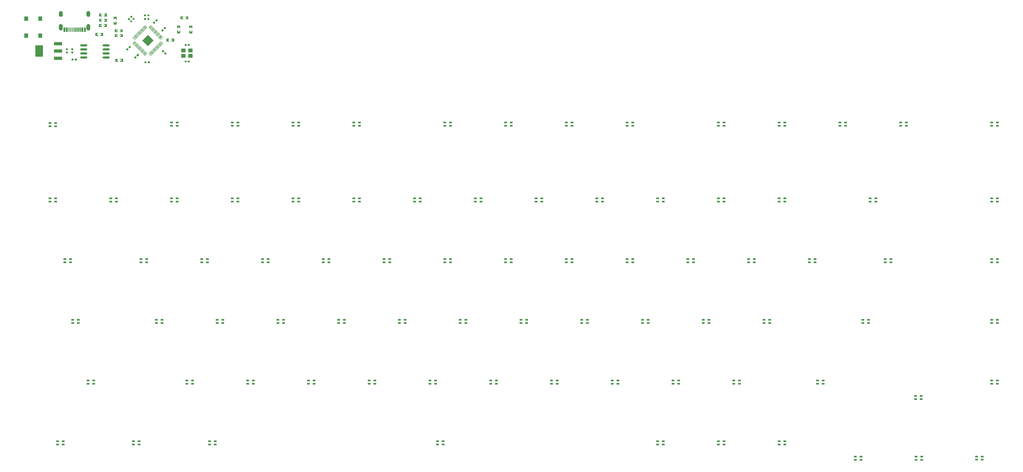
<source format=gtp>
G04 Layer: TopPasteMaskLayer*
G04 EasyEDA Pro v2.1.51.8c9149c1.e57db4, 2024-03-19 08:44:46*
G04 Gerber Generator version 0.3*
G04 Scale: 100 percent, Rotated: No, Reflected: No*
G04 Dimensions in millimeters*
G04 Leading zeros omitted, absolute positions, 3 integers and 5 decimals*
%FSLAX35Y35*%
%MOMM*%
%AMRect*21,1,$1,$2,0,0,$3*%
%ADD10R,2.49999X1.1*%
%ADD11R,2.34X3.59999*%
%ADD12Rect,0.79009X0.54X45.0*%
%ADD13O,2.25001X0.63*%
%ADD14R,1.23X1.35999*%
%ADD15R,1.4X1.2*%
%ADD16R,0.8515X0.6*%
%ADD17R,0.85001X0.6*%
%ADD18R,0.85001X0.6*%
G75*


G04 PolygonModel Start*
G36*
G01X3717799Y13743237D02*
G01X3640016Y13821021D01*
G01X3625874Y13806879D01*
G01X3703657Y13729095D01*
G01X3717799Y13743237D01*
G37*
G36*
G01X3823870Y14004875D02*
G01X3901654Y13927092D01*
G01X3915796Y13941234D01*
G01X3838012Y14019017D01*
G01X3823870Y14004875D01*
G37*
G36*
G01X3689529Y13714967D02*
G01X3611746Y13792751D01*
G01X3597604Y13778609D01*
G01X3675387Y13700825D01*
G01X3689529Y13714967D01*
G37*
G36*
G01X3548108Y13573546D02*
G01X3470325Y13651330D01*
G01X3456183Y13637188D01*
G01X3533966Y13559404D01*
G01X3548108Y13573546D01*
G37*
G36*
G01X3746087Y13771525D02*
G01X3668303Y13849308D01*
G01X3654161Y13835166D01*
G01X3731945Y13757383D01*
G01X3746087Y13771525D01*
G37*
G36*
G01X3569316Y13750321D02*
G01X3647099Y13672538D01*
G01X3661241Y13686680D01*
G01X3583458Y13764463D01*
G01X3569316Y13750321D01*
G37*
G36*
G01X3576378Y13601816D02*
G01X3498595Y13679600D01*
G01X3484452Y13665458D01*
G01X3562236Y13587674D01*
G01X3576378Y13601816D01*
G37*
G36*
G01X3774375Y13799813D02*
G01X3696591Y13877596D01*
G01X3682449Y13863454D01*
G01X3760233Y13785671D01*
G01X3774375Y13799813D01*
G37*
G36*
G01X3795582Y13976587D02*
G01X3873366Y13898804D01*
G01X3887508Y13912946D01*
G01X3809725Y13990730D01*
G01X3795582Y13976587D01*
G37*
G36*
G01X3604666Y13630104D02*
G01X3526882Y13707887D01*
G01X3512740Y13693745D01*
G01X3590524Y13615962D01*
G01X3604666Y13630104D01*
G37*
G36*
G01X3802662Y13828101D02*
G01X3724879Y13905884D01*
G01X3710737Y13891742D01*
G01X3788520Y13813959D01*
G01X3802662Y13828101D01*
G37*
G36*
G01X3632954Y13658392D02*
G01X3555170Y13736175D01*
G01X3541028Y13722033D01*
G01X3618811Y13644250D01*
G01X3632954Y13658392D01*
G37*
G36*
G01X3830950Y13856389D02*
G01X3753167Y13934172D01*
G01X3739025Y13920030D01*
G01X3816808Y13842246D01*
G01X3830950Y13856389D01*
G37*
G36*
G01X3859220Y13884658D02*
G01X3781437Y13962442D01*
G01X3767295Y13948300D01*
G01X3845078Y13870516D01*
G01X3859220Y13884658D01*
G37*
G36*
G01X4050148Y14004893D02*
G01X4036005Y14019035D01*
G01X3958222Y13941252D01*
G01X3972364Y13927110D01*
G01X4050148Y14004893D01*
G37*
G36*
G01X3456165Y13439195D02*
G01X3470307Y13425052D01*
G01X3548088Y13502834D01*
G01X3533946Y13516976D01*
G01X3456165Y13439195D01*
G37*
G36*
G01X4078435Y13976605D02*
G01X4064293Y13990748D01*
G01X3986510Y13912964D01*
G01X4000652Y13898822D01*
G01X4078435Y13976605D01*
G37*
G36*
G01X3484452Y13410907D02*
G01X3498595Y13396765D01*
G01X3576376Y13474546D01*
G01X3562234Y13488688D01*
G01X3484452Y13410907D01*
G37*
G36*
G01X4106723Y13948318D02*
G01X4092581Y13962460D01*
G01X4014798Y13884676D01*
G01X4028940Y13870534D01*
G01X4106723Y13948318D01*
G37*
G36*
G01X3512740Y13382619D02*
G01X3526882Y13368477D01*
G01X3604664Y13446258D01*
G01X3590522Y13460401D01*
G01X3512740Y13382619D01*
G37*
G36*
G01X4135011Y13920030D02*
G01X4120869Y13934172D01*
G01X4043085Y13856389D01*
G01X4057228Y13842246D01*
G01X4135011Y13920030D01*
G37*
G36*
G01X3541028Y13354331D02*
G01X3555170Y13340189D01*
G01X3632952Y13417971D01*
G01X3618810Y13432113D01*
G01X3541028Y13354331D01*
G37*
G36*
G01X4163281Y13891760D02*
G01X4149139Y13905902D01*
G01X4071355Y13828119D01*
G01X4085497Y13813977D01*
G01X4163281Y13891760D01*
G37*
G36*
G01X3569298Y13326061D02*
G01X3583440Y13311919D01*
G01X3661222Y13389701D01*
G01X3647080Y13403843D01*
G01X3569298Y13326061D01*
G37*
G36*
G01X4191569Y13863472D02*
G01X4177427Y13877614D01*
G01X4099643Y13799831D01*
G01X4113785Y13785689D01*
G01X4191569Y13863472D01*
G37*
G36*
G01X3597586Y13297773D02*
G01X3611728Y13283631D01*
G01X3689509Y13361413D01*
G01X3675367Y13375555D01*
G01X3597586Y13297773D01*
G37*
G36*
G01X4127931Y13771543D02*
G01X4142073Y13757401D01*
G01X4219856Y13835184D01*
G01X4205714Y13849326D01*
G01X4127931Y13771543D01*
G37*
G36*
G01X3625874Y13269486D02*
G01X3640016Y13255344D01*
G01X3717797Y13333125D01*
G01X3703655Y13347267D01*
G01X3625874Y13269486D01*
G37*
G36*
G01X4248144Y13806897D02*
G01X4234002Y13821039D01*
G01X4156219Y13743255D01*
G01X4170361Y13729113D01*
G01X4248144Y13806897D01*
G37*
G36*
G01X3746085Y13304837D02*
G01X3731943Y13318979D01*
G01X3654161Y13241198D01*
G01X3668303Y13227056D01*
G01X3746085Y13304837D01*
G37*
G36*
G01X4276432Y13778609D02*
G01X4262290Y13792751D01*
G01X4184507Y13714967D01*
G01X4198649Y13700825D01*
G01X4276432Y13778609D01*
G37*
G36*
G01X3682449Y13212910D02*
G01X3696591Y13198768D01*
G01X3774373Y13276550D01*
G01X3760231Y13290692D01*
G01X3682449Y13212910D01*
G37*
G36*
G01X4304702Y13750339D02*
G01X4290560Y13764481D01*
G01X4212776Y13686698D01*
G01X4226918Y13672555D01*
G01X4304702Y13750339D01*
G37*
G36*
G01X3710719Y13184640D02*
G01X3724861Y13170498D01*
G01X3802643Y13248280D01*
G01X3788501Y13262422D01*
G01X3710719Y13184640D01*
G37*
G36*
G01X4332990Y13722051D02*
G01X4318848Y13736193D01*
G01X4241064Y13658410D01*
G01X4255206Y13644268D01*
G01X4332990Y13722051D01*
G37*
G36*
G01X3739007Y13156352D02*
G01X3753149Y13142210D01*
G01X3830931Y13219992D01*
G01X3816788Y13234134D01*
G01X3739007Y13156352D01*
G37*
G36*
G01X4361277Y13693763D02*
G01X4347135Y13707905D01*
G01X4269352Y13630122D01*
G01X4283494Y13615980D01*
G01X4361277Y13693763D01*
G37*
G36*
G01X3767295Y13128065D02*
G01X3781437Y13113923D01*
G01X3859218Y13191704D01*
G01X3845076Y13205846D01*
G01X3767295Y13128065D01*
G37*
G36*
G01X4389565Y13665475D02*
G01X4375423Y13679618D01*
G01X4297640Y13601834D01*
G01X4311782Y13587692D01*
G01X4389565Y13665475D01*
G37*
G36*
G01X3795582Y13099777D02*
G01X3809725Y13085635D01*
G01X3887506Y13163416D01*
G01X3873364Y13177558D01*
G01X3795582Y13099777D01*
G37*
G36*
G01X4325928Y13573546D02*
G01X4340070Y13559404D01*
G01X4417853Y13637188D01*
G01X4403711Y13651330D01*
G01X4325928Y13573546D01*
G37*
G36*
G01X3823870Y13071489D02*
G01X3838012Y13057347D01*
G01X3915794Y13135128D01*
G01X3901652Y13149271D01*
G01X3823870Y13071489D01*
G37*
G36*
G01X4325910Y13502836D02*
G01X4403693Y13425052D01*
G01X4417835Y13439195D01*
G01X4340052Y13516978D01*
G01X4325910Y13502836D01*
G37*
G36*
G01X4248126Y13269486D02*
G01X4170343Y13347269D01*
G01X4156201Y13333127D01*
G01X4233984Y13255344D01*
G01X4248126Y13269486D01*
G37*
G36*
G01X4050148Y13071507D02*
G01X3972364Y13149290D01*
G01X3958222Y13135148D01*
G01X4036005Y13057365D01*
G01X4050148Y13071507D01*
G37*
G36*
G01X4127913Y13304839D02*
G01X4205696Y13227056D01*
G01X4219838Y13241198D01*
G01X4142055Y13318981D01*
G01X4127913Y13304839D01*
G37*
G36*
G01X4297622Y13474548D02*
G01X4375405Y13396765D01*
G01X4389547Y13410907D01*
G01X4311764Y13488690D01*
G01X4297622Y13474548D01*
G37*
G36*
G01X4099643Y13276569D02*
G01X4177427Y13198786D01*
G01X4191569Y13212928D01*
G01X4113785Y13290711D01*
G01X4099643Y13276569D01*
G37*
G36*
G01X4269334Y13446260D02*
G01X4347117Y13368477D01*
G01X4361260Y13382619D01*
G01X4283476Y13460402D01*
G01X4269334Y13446260D01*
G37*
G36*
G01X4071355Y13248282D02*
G01X4149139Y13170498D01*
G01X4163281Y13184640D01*
G01X4085497Y13262424D01*
G01X4071355Y13248282D01*
G37*
G36*
G01X4276414Y13297773D02*
G01X4198631Y13375557D01*
G01X4184489Y13361415D01*
G01X4262272Y13283631D01*
G01X4276414Y13297773D01*
G37*
G36*
G01X4241064Y13417990D02*
G01X4318848Y13340207D01*
G01X4332990Y13354349D01*
G01X4255206Y13432132D01*
G01X4241064Y13417990D01*
G37*
G36*
G01X4078417Y13099777D02*
G01X4000634Y13177560D01*
G01X3986492Y13163418D01*
G01X4064275Y13085635D01*
G01X4078417Y13099777D01*
G37*
G36*
G01X4043068Y13219994D02*
G01X4120851Y13142210D01*
G01X4134993Y13156352D01*
G01X4057210Y13234136D01*
G01X4043068Y13219994D01*
G37*
G36*
G01X4212776Y13389703D02*
G01X4290560Y13311919D01*
G01X4304702Y13326061D01*
G01X4226918Y13403845D01*
G01X4212776Y13389703D01*
G37*
G36*
G01X4014780Y13191706D02*
G01X4092563Y13113923D01*
G01X4106705Y13128065D01*
G01X4028922Y13205848D01*
G01X4014780Y13191706D01*
G37*
G36*
G01X3761637Y13538193D02*
G01X3937002Y13713558D01*
G01X4112366Y13538193D01*
G01X3937002Y13362828D01*
G01X3761637Y13538193D01*
G37*
G36*
G01X1288298Y13939975D02*
G01X1288298Y13809977D01*
G01X1318298D01*
G01X1318301D01*
G01X1348301D01*
G01Y13939975D01*
G01X1318301D01*
G01X1318298D01*
G01X1288298D01*
G37*
G36*
G01X1698305Y13939980D02*
G01X1698305Y13809977D01*
G01X1728305D01*
G01Y13939980D01*
G01X1698305D01*
G37*
G36*
G01X1928297Y13939980D02*
G01X1928297Y13809977D01*
G01X1958297D01*
G01Y13809993D01*
G01X1988294D01*
G01Y13939995D01*
G01X1958294D01*
G01Y13939980D01*
G01X1928297D01*
G37*
G36*
G01X1598305Y13939980D02*
G01X1598305Y13809977D01*
G01X1628305D01*
G01Y13939980D01*
G01X1598305D01*
G37*
G36*
G01X1448293Y13939982D02*
G01X1448293Y13809980D01*
G01X1478293D01*
G01Y13939982D01*
G01X1448293D01*
G37*
G36*
G01X1778292Y13809980D02*
G01X1778292Y13939982D01*
G01X1748292D01*
G01Y13809980D01*
G01X1778292D01*
G37*
G36*
G01X1498331Y13939982D02*
G01X1498331Y13809980D01*
G01X1528331D01*
G01Y13939982D01*
G01X1498331D01*
G37*
G36*
G01X1548293Y13939982D02*
G01X1548293Y13809980D01*
G01X1578293D01*
G01Y13939982D01*
G01X1548293D01*
G37*
G36*
G01X1798305Y13939982D02*
G01X1798305Y13809980D01*
G01X1828305D01*
G01Y13939982D01*
G01X1798305D01*
G37*
G36*
G01X1648292Y13939982D02*
G01X1648292Y13809980D01*
G01X1678292D01*
G01Y13939982D01*
G01X1648292D01*
G37*
G36*
G01X1848297Y13939990D02*
G01X1848297Y13809993D01*
G01X1878300D01*
G01Y13809995D01*
G01X1908294D01*
G01Y13939992D01*
G01X1878292D01*
G01Y13939990D01*
G01X1848297D01*
G37*
G36*
G01X2066328Y13851989D02*
G01X2069315Y13851839D01*
G01X2072307D01*
G01X2075294Y13851989D01*
G01X2078271Y13852286D01*
G01X2081230Y13852733D01*
G01X2084161Y13853325D01*
G01X2087062Y13854064D01*
G01X2089920Y13854946D01*
G01X2092731Y13855969D01*
G01X2095487Y13857130D01*
G01X2098185Y13858428D01*
G01X2100811Y13859861D01*
G01X2103364Y13861420D01*
G01X2105835Y13863104D01*
G01X2108220Y13864913D01*
G01X2110511Y13866835D01*
G01X2112706Y13868870D01*
G01X2114794Y13871011D01*
G01X2116775Y13873254D01*
G01X2118639Y13875593D01*
G01X2120384Y13878022D01*
G01X2122007Y13880536D01*
G01X2123504Y13883127D01*
G01X2124870Y13885789D01*
G01X2126099Y13888514D01*
G01X2127192Y13891301D01*
G01X2128147Y13894135D01*
G01X2128957Y13897016D01*
G01X2129622Y13899932D01*
G01X2130141Y13902878D01*
G01X2130514Y13905847D01*
G01X2130737Y13908832D01*
G01X2130811Y13911821D01*
G01Y13991821D01*
G01X2130737Y13994811D01*
G01X2130514Y13997795D01*
G01X2130141Y14000764D01*
G01X2129622Y14003711D01*
G01X2128957Y14006627D01*
G01X2128147Y14009507D01*
G01X2127192Y14012342D01*
G01X2126099Y14015128D01*
G01X2124870Y14017854D01*
G01X2123504Y14020516D01*
G01X2122007Y14023106D01*
G01X2120384Y14025621D01*
G01X2118639Y14028049D01*
G01X2116775Y14030389D01*
G01X2114794Y14032631D01*
G01X2112706Y14034773D01*
G01X2110511Y14036807D01*
G01X2108220Y14038730D01*
G01X2105835Y14040538D01*
G01X2103364Y14042222D01*
G01X2100811Y14043782D01*
G01X2098185Y14045214D01*
G01X2095487Y14046512D01*
G01X2092731Y14047673D01*
G01X2089920Y14048697D01*
G01X2087062Y14049578D01*
G01X2084161Y14050317D01*
G01X2081230Y14050909D01*
G01X2078271Y14051356D01*
G01X2075294Y14051653D01*
G01X2072307Y14051803D01*
G01X2069315D01*
G01X2066328Y14051653D01*
G01X2063351Y14051356D01*
G01X2060392Y14050909D01*
G01X2057461Y14050317D01*
G01X2054560Y14049578D01*
G01X2051703Y14048697D01*
G01X2048891Y14047673D01*
G01X2046135Y14046512D01*
G01X2043438Y14045214D01*
G01X2040811Y14043782D01*
G01X2038259Y14042222D01*
G01X2035787Y14040538D01*
G01X2033402Y14038730D01*
G01X2031111Y14036807D01*
G01X2028916Y14034773D01*
G01X2026829Y14032631D01*
G01X2024847Y14030389D01*
G01X2022983Y14028049D01*
G01X2021238Y14025621D01*
G01X2019615Y14023106D01*
G01X2018119Y14020516D01*
G01X2016752Y14017854D01*
G01X2015523Y14015128D01*
G01X2014431Y14012342D01*
G01X2013476Y14009507D01*
G01X2012666Y14006627D01*
G01X2012000Y14003711D01*
G01X2011482Y14000764D01*
G01X2011109Y13997795D01*
G01X2010885Y13994811D01*
G01X2010811Y13991821D01*
G01Y13911821D01*
G01X2010885Y13908832D01*
G01X2011109Y13905847D01*
G01X2011482Y13902878D01*
G01X2012000Y13899932D01*
G01X2012666Y13897016D01*
G01X2013476Y13894135D01*
G01X2014431Y13891301D01*
G01X2015523Y13888514D01*
G01X2016752Y13885789D01*
G01X2018119Y13883127D01*
G01X2019615Y13880536D01*
G01X2021238Y13878022D01*
G01X2022983Y13875593D01*
G01X2024847Y13873254D01*
G01X2026829Y13871011D01*
G01X2028916Y13868870D01*
G01X2031111Y13866835D01*
G01X2033402Y13864913D01*
G01X2035787Y13863104D01*
G01X2038259Y13861420D01*
G01X2040811Y13859861D01*
G01X2043438Y13858428D01*
G01X2046135Y13857130D01*
G01X2048891Y13855969D01*
G01X2051703Y13854946D01*
G01X2054560Y13854064D01*
G01X2057461Y13853325D01*
G01X2060392Y13852733D01*
G01X2063351Y13852286D01*
G01X2066328Y13851989D01*
G37*
G36*
G01X1201306Y13851989D02*
G01X1204293Y13851839D01*
G01X1207285D01*
G01X1210272Y13851989D01*
G01X1213249Y13852286D01*
G01X1216208Y13852733D01*
G01X1219139Y13853325D01*
G01X1222040Y13854064D01*
G01X1224897Y13854946D01*
G01X1227709Y13855969D01*
G01X1230465Y13857130D01*
G01X1233162Y13858428D01*
G01X1235789Y13859861D01*
G01X1238341Y13861420D01*
G01X1240813Y13863104D01*
G01X1243198Y13864913D01*
G01X1245489Y13866835D01*
G01X1247684Y13868870D01*
G01X1249771Y13871011D01*
G01X1251753Y13873254D01*
G01X1253617Y13875593D01*
G01X1255362Y13878022D01*
G01X1256985Y13880536D01*
G01X1258481Y13883127D01*
G01X1259848Y13885789D01*
G01X1261077Y13888514D01*
G01X1262169Y13891301D01*
G01X1263124Y13894135D01*
G01X1263934Y13897016D01*
G01X1264600Y13899932D01*
G01X1265118Y13902878D01*
G01X1265492Y13905847D01*
G01X1265715Y13908832D01*
G01X1265789Y13911821D01*
G01Y13991821D01*
G01X1265715Y13994811D01*
G01X1265492Y13997795D01*
G01X1265118Y14000764D01*
G01X1264600Y14003711D01*
G01X1263934Y14006627D01*
G01X1263124Y14009507D01*
G01X1262169Y14012342D01*
G01X1261077Y14015128D01*
G01X1259848Y14017854D01*
G01X1258481Y14020516D01*
G01X1256985Y14023106D01*
G01X1255362Y14025621D01*
G01X1253617Y14028049D01*
G01X1251753Y14030389D01*
G01X1249771Y14032631D01*
G01X1247684Y14034773D01*
G01X1245489Y14036807D01*
G01X1243198Y14038730D01*
G01X1240813Y14040538D01*
G01X1238341Y14042222D01*
G01X1235789Y14043782D01*
G01X1233162Y14045214D01*
G01X1230465Y14046512D01*
G01X1227709Y14047673D01*
G01X1224897Y14048697D01*
G01X1222040Y14049578D01*
G01X1219139Y14050317D01*
G01X1216208Y14050909D01*
G01X1213249Y14051356D01*
G01X1210272Y14051653D01*
G01X1207285Y14051803D01*
G01X1204293D01*
G01X1201306Y14051653D01*
G01X1198329Y14051356D01*
G01X1195370Y14050909D01*
G01X1192439Y14050317D01*
G01X1189538Y14049578D01*
G01X1186680Y14048697D01*
G01X1183869Y14047673D01*
G01X1181113Y14046512D01*
G01X1178415Y14045214D01*
G01X1175789Y14043782D01*
G01X1173236Y14042222D01*
G01X1170765Y14040538D01*
G01X1168380Y14038730D01*
G01X1166089Y14036807D01*
G01X1163894Y14034773D01*
G01X1161806Y14032631D01*
G01X1159825Y14030389D01*
G01X1157961Y14028049D01*
G01X1156216Y14025621D01*
G01X1154593Y14023106D01*
G01X1153097Y14020516D01*
G01X1151730Y14017854D01*
G01X1150501Y14015128D01*
G01X1149408Y14012342D01*
G01X1148453Y14009507D01*
G01X1147643Y14006627D01*
G01X1146978Y14003711D01*
G01X1146459Y14000764D01*
G01X1146086Y13997795D01*
G01X1145863Y13994811D01*
G01X1145789Y13991821D01*
G01Y13911821D01*
G01X1145863Y13908832D01*
G01X1146086Y13905847D01*
G01X1146459Y13902878D01*
G01X1146978Y13899932D01*
G01X1147643Y13897016D01*
G01X1148453Y13894135D01*
G01X1149408Y13891301D01*
G01X1150501Y13888514D01*
G01X1151730Y13885789D01*
G01X1153097Y13883127D01*
G01X1154593Y13880536D01*
G01X1156216Y13878022D01*
G01X1157961Y13875593D01*
G01X1159825Y13873254D01*
G01X1161806Y13871011D01*
G01X1163894Y13868870D01*
G01X1166089Y13866835D01*
G01X1168380Y13864913D01*
G01X1170765Y13863104D01*
G01X1173236Y13861420D01*
G01X1175789Y13859861D01*
G01X1178415Y13858428D01*
G01X1181113Y13857130D01*
G01X1183869Y13855969D01*
G01X1186680Y13854946D01*
G01X1189538Y13854064D01*
G01X1192439Y13853325D01*
G01X1195370Y13852733D01*
G01X1198329Y13852286D01*
G01X1201306Y13851989D01*
G37*
G36*
G01X2072307Y14279829D02*
G01X2075294Y14279979D01*
G01X2078271Y14280276D01*
G01X2081230Y14280723D01*
G01X2084161Y14281315D01*
G01X2087062Y14282054D01*
G01X2089920Y14282936D01*
G01X2092731Y14283959D01*
G01X2095487Y14285120D01*
G01X2098185Y14286418D01*
G01X2100811Y14287851D01*
G01X2103364Y14289410D01*
G01X2105835Y14291094D01*
G01X2108220Y14292903D01*
G01X2110511Y14294825D01*
G01X2112706Y14296860D01*
G01X2114794Y14299001D01*
G01X2116775Y14301244D01*
G01X2118639Y14303583D01*
G01X2120384Y14306012D01*
G01X2122007Y14308526D01*
G01X2123504Y14311117D01*
G01X2124870Y14313779D01*
G01X2126099Y14316504D01*
G01X2127192Y14319291D01*
G01X2128147Y14322125D01*
G01X2128957Y14325006D01*
G01X2129622Y14327922D01*
G01X2130141Y14330868D01*
G01X2130514Y14333837D01*
G01X2130737Y14336822D01*
G01X2130811Y14339811D01*
G01Y14399811D01*
G01X2130737Y14402801D01*
G01X2130514Y14405785D01*
G01X2130141Y14408755D01*
G01X2129622Y14411701D01*
G01X2128957Y14414617D01*
G01X2128147Y14417497D01*
G01X2127192Y14420332D01*
G01X2126099Y14423118D01*
G01X2124870Y14425844D01*
G01X2123504Y14428506D01*
G01X2122007Y14431096D01*
G01X2120384Y14433611D01*
G01X2118639Y14436039D01*
G01X2116775Y14438379D01*
G01X2114794Y14440621D01*
G01X2112706Y14442763D01*
G01X2110511Y14444797D01*
G01X2108220Y14446720D01*
G01X2105835Y14448528D01*
G01X2103364Y14450212D01*
G01X2100811Y14451772D01*
G01X2098185Y14453205D01*
G01X2095487Y14454502D01*
G01X2092731Y14455663D01*
G01X2089920Y14456687D01*
G01X2087062Y14457568D01*
G01X2084161Y14458307D01*
G01X2081230Y14458899D01*
G01X2078271Y14459346D01*
G01X2075294Y14459643D01*
G01X2072307Y14459793D01*
G01X2069315D01*
G01X2066328Y14459643D01*
G01X2063351Y14459346D01*
G01X2060392Y14458899D01*
G01X2057461Y14458307D01*
G01X2054560Y14457568D01*
G01X2051703Y14456687D01*
G01X2048891Y14455663D01*
G01X2046135Y14454502D01*
G01X2043438Y14453205D01*
G01X2040811Y14451772D01*
G01X2038259Y14450212D01*
G01X2035787Y14448528D01*
G01X2033402Y14446720D01*
G01X2031111Y14444797D01*
G01X2028916Y14442763D01*
G01X2026829Y14440621D01*
G01X2024847Y14438379D01*
G01X2022983Y14436039D01*
G01X2021238Y14433611D01*
G01X2019615Y14431096D01*
G01X2018119Y14428506D01*
G01X2016752Y14425844D01*
G01X2015523Y14423118D01*
G01X2014431Y14420332D01*
G01X2013476Y14417497D01*
G01X2012666Y14414617D01*
G01X2012000Y14411701D01*
G01X2011482Y14408755D01*
G01X2011109Y14405785D01*
G01X2010885Y14402801D01*
G01X2010811Y14399811D01*
G01Y14339811D01*
G01X2010885Y14336822D01*
G01X2011109Y14333837D01*
G01X2011482Y14330868D01*
G01X2012000Y14327922D01*
G01X2012666Y14325006D01*
G01X2013476Y14322125D01*
G01X2014431Y14319291D01*
G01X2015523Y14316504D01*
G01X2016752Y14313779D01*
G01X2018119Y14311117D01*
G01X2019615Y14308526D01*
G01X2021238Y14306012D01*
G01X2022983Y14303583D01*
G01X2024847Y14301244D01*
G01X2026829Y14299001D01*
G01X2028916Y14296860D01*
G01X2031111Y14294825D01*
G01X2033402Y14292903D01*
G01X2035787Y14291094D01*
G01X2038259Y14289410D01*
G01X2040811Y14287851D01*
G01X2043438Y14286418D01*
G01X2046135Y14285120D01*
G01X2048891Y14283959D01*
G01X2051703Y14282936D01*
G01X2054560Y14282054D01*
G01X2057461Y14281315D01*
G01X2060392Y14280723D01*
G01X2063351Y14280276D01*
G01X2066328Y14279979D01*
G01X2069315Y14279829D01*
G01X2072307D01*
G37*
G36*
G01X1201306Y14279979D02*
G01X1204293Y14279829D01*
G01X1207285D01*
G01X1210272Y14279979D01*
G01X1213249Y14280276D01*
G01X1216208Y14280723D01*
G01X1219139Y14281315D01*
G01X1222040Y14282054D01*
G01X1224897Y14282936D01*
G01X1227709Y14283959D01*
G01X1230465Y14285120D01*
G01X1233162Y14286418D01*
G01X1235789Y14287851D01*
G01X1238341Y14289410D01*
G01X1240813Y14291094D01*
G01X1243198Y14292903D01*
G01X1245489Y14294825D01*
G01X1247684Y14296860D01*
G01X1249771Y14299001D01*
G01X1251753Y14301244D01*
G01X1253617Y14303583D01*
G01X1255362Y14306012D01*
G01X1256985Y14308526D01*
G01X1258481Y14311117D01*
G01X1259848Y14313779D01*
G01X1261077Y14316504D01*
G01X1262169Y14319291D01*
G01X1263124Y14322125D01*
G01X1263934Y14325006D01*
G01X1264600Y14327922D01*
G01X1265118Y14330868D01*
G01X1265492Y14333837D01*
G01X1265715Y14336822D01*
G01X1265789Y14339811D01*
G01Y14399811D01*
G01X1265715Y14402801D01*
G01X1265492Y14405785D01*
G01X1265118Y14408755D01*
G01X1264600Y14411701D01*
G01X1263934Y14414617D01*
G01X1263124Y14417497D01*
G01X1262169Y14420332D01*
G01X1261077Y14423118D01*
G01X1259848Y14425844D01*
G01X1258481Y14428506D01*
G01X1256985Y14431096D01*
G01X1255362Y14433611D01*
G01X1253617Y14436039D01*
G01X1251753Y14438379D01*
G01X1249771Y14440621D01*
G01X1247684Y14442763D01*
G01X1245489Y14444797D01*
G01X1243198Y14446720D01*
G01X1240813Y14448528D01*
G01X1238341Y14450212D01*
G01X1235789Y14451772D01*
G01X1233162Y14453205D01*
G01X1230465Y14454502D01*
G01X1227709Y14455663D01*
G01X1224897Y14456687D01*
G01X1222040Y14457568D01*
G01X1219139Y14458307D01*
G01X1216208Y14458899D01*
G01X1213249Y14459346D01*
G01X1210272Y14459643D01*
G01X1207285Y14459793D01*
G01X1204293D01*
G01X1201306Y14459643D01*
G01X1198329Y14459346D01*
G01X1195370Y14458899D01*
G01X1192439Y14458307D01*
G01X1189538Y14457568D01*
G01X1186680Y14456687D01*
G01X1183869Y14455663D01*
G01X1181113Y14454502D01*
G01X1178415Y14453205D01*
G01X1175789Y14451772D01*
G01X1173236Y14450212D01*
G01X1170765Y14448528D01*
G01X1168380Y14446720D01*
G01X1166089Y14444797D01*
G01X1163894Y14442763D01*
G01X1161806Y14440621D01*
G01X1159825Y14438379D01*
G01X1157961Y14436039D01*
G01X1156216Y14433611D01*
G01X1154593Y14431096D01*
G01X1153097Y14428506D01*
G01X1151730Y14425844D01*
G01X1150501Y14423118D01*
G01X1149408Y14420332D01*
G01X1148453Y14417497D01*
G01X1147643Y14414617D01*
G01X1146978Y14411701D01*
G01X1146459Y14408755D01*
G01X1146086Y14405785D01*
G01X1145863Y14402801D01*
G01X1145789Y14399811D01*
G01Y14339811D01*
G01X1145863Y14336822D01*
G01X1146086Y14333837D01*
G01X1146459Y14330868D01*
G01X1146978Y14327922D01*
G01X1147643Y14325006D01*
G01X1148453Y14322125D01*
G01X1149408Y14319291D01*
G01X1150501Y14316504D01*
G01X1151730Y14313779D01*
G01X1153097Y14311117D01*
G01X1154593Y14308526D01*
G01X1156216Y14306012D01*
G01X1157961Y14303583D01*
G01X1159825Y14301244D01*
G01X1161806Y14299001D01*
G01X1163894Y14296860D01*
G01X1166089Y14294825D01*
G01X1168380Y14292903D01*
G01X1170765Y14291094D01*
G01X1173236Y14289410D01*
G01X1175789Y14287851D01*
G01X1178415Y14286418D01*
G01X1181113Y14285120D01*
G01X1183869Y14283959D01*
G01X1186680Y14282936D01*
G01X1189538Y14282054D01*
G01X1192439Y14281315D01*
G01X1195370Y14280723D01*
G01X1198329Y14280276D01*
G01X1201306Y14279979D01*
G37*
G36*
G01X1368283Y13939975D02*
G01X1368283Y13809977D01*
G01X1398283D01*
G01X1398285D01*
G01X1428285D01*
G01Y13939975D01*
G01X1398285D01*
G01X1398283D01*
G01X1368283D01*
G37*
G36*
G01X1374498Y13193705D02*
G01X1419499Y13193705D01*
G01X1424498Y13186707D01*
G01Y13138706D01*
G01X1419499Y13133705D01*
G01X1374498D01*
G01X1369499Y13138706D01*
G01Y13186707D01*
G01X1374498Y13193705D01*
G37*
G36*
G01X1374498Y13289707D02*
G01X1419499Y13289707D01*
G01X1424498Y13284705D01*
G01Y13236707D01*
G01X1419499Y13229707D01*
G01X1374498D01*
G01X1369499Y13236707D01*
G01Y13284705D01*
G01X1374498Y13289707D01*
G37*
G36*
G01X1539598Y13193705D02*
G01X1584599Y13193705D01*
G01X1589598Y13186707D01*
G01Y13138706D01*
G01X1584599Y13133705D01*
G01X1539598D01*
G01X1534599Y13138706D01*
G01Y13186707D01*
G01X1539598Y13193705D01*
G37*
G36*
G01X1539598Y13289707D02*
G01X1584599Y13289707D01*
G01X1589598Y13284705D01*
G01Y13236707D01*
G01X1584599Y13229707D01*
G01X1539598D01*
G01X1534599Y13236707D01*
G01Y13284705D01*
G01X1539598Y13289707D01*
G37*
G36*
G01X3369739Y13371058D02*
G01X3401559Y13339237D01*
G01Y13332168D01*
G01X3364083Y13294691D01*
G01X3357012Y13294689D01*
G01X3325191Y13326510D01*
G01X3325193Y13333581D01*
G01X3362669Y13371058D01*
G01X3369739D01*
G37*
G36*
G01X3296907Y13298226D02*
G01X3328728Y13266405D01*
G01Y13259336D01*
G01X3291251Y13221860D01*
G01X3284180Y13221858D01*
G01X3252360Y13253678D01*
G01X3252361Y13260749D01*
G01X3289838Y13298226D01*
G01X3296907D01*
G37*
G36*
G01X3623739Y13117058D02*
G01X3655559Y13085237D01*
G01Y13078168D01*
G01X3618083Y13040691D01*
G01X3611012Y13040689D01*
G01X3579191Y13072510D01*
G01X3579193Y13079581D01*
G01X3616669Y13117058D01*
G01X3623739D01*
G37*
G36*
G01X3550907Y13044226D02*
G01X3582728Y13012405D01*
G01Y13005336D01*
G01X3545251Y12967860D01*
G01X3538180Y12967858D01*
G01X3506360Y12999678D01*
G01X3506361Y13006749D01*
G01X3543838Y13044226D01*
G01X3550907D01*
G37*
G36*
G01X4370399Y13212682D02*
G01X4402220Y13244503D01*
G01X4409289D01*
G01X4446766Y13207026D01*
G01X4446767Y13199955D01*
G01X4414947Y13168134D01*
G01X4407876Y13168136D01*
G01X4370399Y13205613D01*
G01Y13212682D01*
G37*
G36*
G01X4443231Y13139850D02*
G01X4475052Y13171671D01*
G01X4482121D01*
G01X4519597Y13134195D01*
G01X4519599Y13127123D01*
G01X4487778Y13095303D01*
G01X4480707Y13095305D01*
G01X4443231Y13132781D01*
G01Y13139850D01*
G37*
G36*
G01X4389518Y13819199D02*
G01X4357697Y13851020D01*
G01Y13858089D01*
G01X4395174Y13895566D01*
G01X4402245Y13895567D01*
G01X4434066Y13863747D01*
G01X4434064Y13856676D01*
G01X4396587Y13819199D01*
G01X4389518D01*
G37*
G36*
G01X4462350Y13892031D02*
G01X4430529Y13923852D01*
G01Y13930921D01*
G01X4468005Y13968397D01*
G01X4475077Y13968399D01*
G01X4506897Y13936578D01*
G01X4506895Y13929507D01*
G01X4469419Y13892031D01*
G01X4462350D01*
G37*
G36*
G01X4123261Y14060942D02*
G01X4091441Y14092763D01*
G01Y14099832D01*
G01X4128917Y14137309D01*
G01X4135988Y14137311D01*
G01X4167809Y14105490D01*
G01X4167807Y14098419D01*
G01X4130331Y14060942D01*
G01X4123261D01*
G37*
G36*
G01X4196093Y14133774D02*
G01X4164272Y14165595D01*
G01Y14172664D01*
G01X4201749Y14210140D01*
G01X4208820Y14210142D01*
G01X4240640Y14178322D01*
G01X4240639Y14171251D01*
G01X4203162Y14133774D01*
G01X4196093D01*
G37*
G36*
G01X3828598Y12829901D02*
G01X3828598Y12874902D01*
G01X3833597Y12879901D01*
G01X3886596D01*
G01X3891598Y12874902D01*
G01Y12829901D01*
G01X3886596Y12824902D01*
G01X3833597D01*
G01X3828598Y12829901D01*
G37*
G36*
G01X3931597Y12829901D02*
G01X3931597Y12874902D01*
G01X3936596Y12879901D01*
G01X3989596D01*
G01X3994597Y12874902D01*
G01Y12829901D01*
G01X3989596Y12824902D01*
G01X3936596D01*
G01X3931597Y12829901D01*
G37*
G36*
G01X3451662Y14220315D02*
G01X3483483Y14252136D01*
G01X3491966Y14250722D01*
G01X3525908Y14216781D01*
G01X3525909Y14209709D01*
G01X3494089Y14177889D01*
G01X3487018Y14177891D01*
G01X3453076Y14211832D01*
G01X3451662Y14220315D01*
G37*
G36*
G01X3383779Y14288199D02*
G01X3415600Y14320019D01*
G01X3422671Y14320018D01*
G01X3456611Y14286078D01*
G01X3458026Y14277593D01*
G01X3426205Y14245772D01*
G01X3417721Y14247188D01*
G01X3383781Y14281128D01*
G01X3383779Y14288199D01*
G37*
G36*
G01X3381381Y14201842D02*
G01X3349560Y14170021D01*
G01X3341077Y14171434D01*
G01X3307136Y14205376D01*
G01X3307134Y14212447D01*
G01X3338954Y14244268D01*
G01X3346026Y14244266D01*
G01X3379967Y14210324D01*
G01X3381381Y14201842D01*
G37*
G36*
G01X3449264Y14133958D02*
G01X3417444Y14102137D01*
G01X3410373Y14102139D01*
G01X3376433Y14136079D01*
G01X3375017Y14144564D01*
G01X3406838Y14176384D01*
G01X3415323Y14174969D01*
G01X3449263Y14141029D01*
G01X3449264Y14133958D01*
G37*
G36*
G01X3981902Y14233799D02*
G01X3981902Y14188798D01*
G01X3976903Y14183799D01*
G01X3923904D01*
G01X3918903Y14188798D01*
G01Y14233799D01*
G01X3923904Y14238798D01*
G01X3976903D01*
G01X3981902Y14233799D01*
G37*
G36*
G01X3878903Y14233799D02*
G01X3878903Y14188798D01*
G01X3873904Y14183799D01*
G01X3820904D01*
G01X3815903Y14188798D01*
G01Y14233799D01*
G01X3820904Y14238798D01*
G01X3873904D01*
G01X3878903Y14233799D01*
G37*
G36*
G01X3815898Y14303101D02*
G01X3815898Y14348102D01*
G01X3820897Y14353101D01*
G01X3873896D01*
G01X3878898Y14348102D01*
G01Y14303101D01*
G01X3873896Y14298102D01*
G01X3820897D01*
G01X3815898Y14303101D01*
G37*
G36*
G01X3918897Y14303101D02*
G01X3918897Y14348102D01*
G01X3923896Y14353101D01*
G01X3976896D01*
G01X3981897Y14348102D01*
G01Y14303101D01*
G01X3976896Y14298102D01*
G01X3923896D01*
G01X3918897Y14303101D01*
G37*
G36*
G01X1542598Y12918801D02*
G01X1542598Y12963802D01*
G01X1547597Y12968801D01*
G01X1600596D01*
G01X1605598Y12963802D01*
G01Y12918801D01*
G01X1600596Y12913802D01*
G01X1547597D01*
G01X1542598Y12918801D01*
G37*
G36*
G01X1645597Y12918801D02*
G01X1645597Y12963802D01*
G01X1650596Y12968801D01*
G01X1703596D01*
G01X1708597Y12963802D01*
G01Y12918801D01*
G01X1703596Y12913802D01*
G01X1650596D01*
G01X1645597Y12918801D01*
G37*
G36*
G01X3154802Y12960899D02*
G01X3074802Y12960899D01*
G01X3069801Y12955897D01*
G01Y12933101D01*
G01X3106801D01*
G01Y12900101D01*
G01X3069801D01*
G01Y12875898D01*
G01X3074802Y12870899D01*
G01X3154802D01*
G01X3159801Y12875898D01*
G01Y12955897D01*
G01X3154802Y12960899D01*
G37*
G36*
G01X2999801Y12955897D02*
G01X2999801Y12933101D01*
G01X2961803D01*
G01Y12900101D01*
G01X2999801D01*
G01Y12875898D01*
G01X2994802Y12870899D01*
G01X2915803D01*
G01X2910802Y12875898D01*
G01Y12955897D01*
G01X2915803Y12960899D01*
G01X2994802D01*
G01X2999801Y12955897D01*
G37*
G36*
G01X5199502Y14294399D02*
G01X5119502Y14294399D01*
G01X5114501Y14289397D01*
G01Y14266601D01*
G01X5151501D01*
G01Y14233601D01*
G01X5114501D01*
G01Y14209398D01*
G01X5119502Y14204399D01*
G01X5199502D01*
G01X5204501Y14209398D01*
G01Y14289397D01*
G01X5199502Y14294399D01*
G37*
G36*
G01X5044501Y14289397D02*
G01X5044501Y14266601D01*
G01X5006503D01*
G01Y14233601D01*
G01X5044501D01*
G01Y14209398D01*
G01X5039502Y14204399D01*
G01X4960503D01*
G01X4955502Y14209398D01*
G01Y14289397D01*
G01X4960503Y14294399D01*
G01X5039502D01*
G01X5044501Y14289397D01*
G37*
G36*
G01X5186904Y12855298D02*
G01X5186904Y12900299D01*
G01X5193901Y12905298D01*
G01X5241902D01*
G01X5246903Y12900299D01*
G01Y12855298D01*
G01X5241902Y12850299D01*
G01X5193901D01*
G01X5186904Y12855298D01*
G37*
G36*
G01X5090902Y12855298D02*
G01X5090902Y12900299D01*
G01X5095903Y12905298D01*
G01X5143901D01*
G01X5150902Y12900299D01*
G01Y12855298D01*
G01X5143901Y12850299D01*
G01X5095903D01*
G01X5090902Y12855298D01*
G37*
G36*
G01X5186904Y13375998D02*
G01X5186904Y13420999D01*
G01X5193901Y13425998D01*
G01X5241902D01*
G01X5246903Y13420999D01*
G01Y13375998D01*
G01X5241902Y13370999D01*
G01X5193901D01*
G01X5186904Y13375998D01*
G37*
G36*
G01X5090902Y13375998D02*
G01X5090902Y13420999D01*
G01X5095903Y13425998D01*
G01X5143901D01*
G01X5150902Y13420999D01*
G01Y13375998D01*
G01X5143901Y13370999D01*
G01X5095903D01*
G01X5090902Y13375998D01*
G37*
G36*
G01X4516862Y13505901D02*
G01X4596862Y13505901D01*
G01X4601863Y13510903D01*
G01Y13533699D01*
G01X4564863D01*
G01Y13566699D01*
G01X4601863D01*
G01Y13590902D01*
G01X4596862Y13595901D01*
G01X4516862D01*
G01X4511863Y13590902D01*
G01Y13510903D01*
G01X4516862Y13505901D01*
G37*
G36*
G01X4671863Y13510903D02*
G01X4671863Y13533699D01*
G01X4709861D01*
G01Y13566699D01*
G01X4671863D01*
G01Y13590902D01*
G01X4676861Y13595901D01*
G01X4755860D01*
G01X4760862Y13590902D01*
G01Y13510903D01*
G01X4755860Y13505901D01*
G01X4676861D01*
G01X4671863Y13510903D01*
G37*
G36*
G01X2903962Y13645601D02*
G01X2983962Y13645601D01*
G01X2988963Y13650603D01*
G01Y13673399D01*
G01X2951963D01*
G01Y13706399D01*
G01X2988963D01*
G01Y13730602D01*
G01X2983962Y13735601D01*
G01X2903962D01*
G01X2898963Y13730602D01*
G01Y13650603D01*
G01X2903962Y13645601D01*
G37*
G36*
G01X3058963Y13650603D02*
G01X3058963Y13673399D01*
G01X3096961D01*
G01Y13706399D01*
G01X3058963D01*
G01Y13730602D01*
G01X3063961Y13735601D01*
G01X3142960D01*
G01X3147962Y13730602D01*
G01Y13650603D01*
G01X3142960Y13645601D01*
G01X3063961D01*
G01X3058963Y13650603D01*
G37*
G36*
G01X2903098Y13798001D02*
G01X2983098Y13798001D01*
G01X2988099Y13803003D01*
G01Y13825799D01*
G01X2951099D01*
G01Y13858799D01*
G01X2988099D01*
G01Y13883002D01*
G01X2983098Y13888001D01*
G01X2903098D01*
G01X2898099Y13883002D01*
G01Y13803003D01*
G01X2903098Y13798001D01*
G37*
G36*
G01X3058099Y13803003D02*
G01X3058099Y13825799D01*
G01X3096097D01*
G01Y13858799D01*
G01X3058099D01*
G01Y13883002D01*
G01X3063098Y13888001D01*
G01X3142097D01*
G01X3147098Y13883002D01*
G01Y13803003D01*
G01X3142097Y13798001D01*
G01X3063098D01*
G01X3058099Y13803003D01*
G37*
G36*
G01X2646802Y14383299D02*
G01X2566802Y14383299D01*
G01X2561801Y14378297D01*
G01Y14355501D01*
G01X2598801D01*
G01Y14322501D01*
G01X2561801D01*
G01Y14298298D01*
G01X2566802Y14293299D01*
G01X2646802D01*
G01X2651801Y14298298D01*
G01Y14378297D01*
G01X2646802Y14383299D01*
G37*
G36*
G01X2491801Y14378297D02*
G01X2491801Y14355501D01*
G01X2453803D01*
G01Y14322501D01*
G01X2491801D01*
G01Y14298298D01*
G01X2486802Y14293299D01*
G01X2407803D01*
G01X2402802Y14298298D01*
G01Y14378297D01*
G01X2407803Y14383299D01*
G01X2486802D01*
G01X2491801Y14378297D01*
G37*
G36*
G01X5238201Y14001466D02*
G01X5238201Y13921466D01*
G01X5243203Y13916464D01*
G01X5265999D01*
G01Y13953465D01*
G01X5298999D01*
G01Y13916464D01*
G01X5323202D01*
G01X5328201Y13921466D01*
G01Y14001466D01*
G01X5323202Y14006464D01*
G01X5243203D01*
G01X5238201Y14001466D01*
G37*
G36*
G01X5243203Y13846465D02*
G01X5265999Y13846465D01*
G01Y13808466D01*
G01X5298999D01*
G01Y13846465D01*
G01X5323202D01*
G01X5328201Y13841466D01*
G01Y13762467D01*
G01X5323202Y13757466D01*
G01X5243203D01*
G01X5238201Y13762467D01*
G01Y13841466D01*
G01X5243203Y13846465D01*
G37*
G36*
G01X2646802Y14218199D02*
G01X2566802Y14218199D01*
G01X2561801Y14213197D01*
G01Y14190401D01*
G01X2598801D01*
G01Y14157401D01*
G01X2561801D01*
G01Y14133198D01*
G01X2566802Y14128199D01*
G01X2646802D01*
G01X2651801Y14133198D01*
G01Y14213197D01*
G01X2646802Y14218199D01*
G37*
G36*
G01X2491801Y14213197D02*
G01X2491801Y14190401D01*
G01X2453803D01*
G01Y14157401D01*
G01X2491801D01*
G01Y14133198D01*
G01X2486802Y14128199D01*
G01X2407803D01*
G01X2402802Y14133198D01*
G01Y14213197D01*
G01X2407803Y14218199D01*
G01X2486802D01*
G01X2491801Y14213197D01*
G37*
G36*
G01X2645938Y14053099D02*
G01X2565938Y14053099D01*
G01X2560937Y14048097D01*
G01Y14025301D01*
G01X2597937D01*
G01Y13992301D01*
G01X2560937D01*
G01Y13968098D01*
G01X2565938Y13963099D01*
G01X2645938D01*
G01X2650937Y13968098D01*
G01Y14048097D01*
G01X2645938Y14053099D01*
G37*
G36*
G01X2490937Y14048097D02*
G01X2490937Y14025301D01*
G01X2452939D01*
G01Y13992301D01*
G01X2490937D01*
G01Y13968098D01*
G01X2485939Y13963099D01*
G01X2406940D01*
G01X2401938Y13968098D01*
G01Y14048097D01*
G01X2406940Y14053099D01*
G01X2485939D01*
G01X2490937Y14048097D01*
G37*
G36*
G01X2532502Y13773699D02*
G01X2452502Y13773699D01*
G01X2447501Y13768697D01*
G01Y13745901D01*
G01X2484501D01*
G01Y13712901D01*
G01X2447501D01*
G01Y13688698D01*
G01X2452502Y13683699D01*
G01X2532502D01*
G01X2537501Y13688698D01*
G01Y13768697D01*
G01X2532502Y13773699D01*
G37*
G36*
G01X2377501Y13768697D02*
G01X2377501Y13745901D01*
G01X2339503D01*
G01Y13712901D01*
G01X2377501D01*
G01Y13688698D01*
G01X2372502Y13683699D01*
G01X2293503D01*
G01X2288502Y13688698D01*
G01Y13768697D01*
G01X2293503Y13773699D01*
G01X2372502D01*
G01X2377501Y13768697D01*
G37*
G36*
G01X2953299Y14040998D02*
G01X2953299Y14120998D01*
G01X2948297Y14125999D01*
G01X2925501D01*
G01Y14088999D01*
G01X2892501D01*
G01Y14125999D01*
G01X2868298D01*
G01X2863299Y14120998D01*
G01Y14040998D01*
G01X2868298Y14035999D01*
G01X2948297D01*
G01X2953299Y14040998D01*
G37*
G36*
G01X2948297Y14195999D02*
G01X2925501Y14195999D01*
G01Y14233997D01*
G01X2892501D01*
G01Y14195999D01*
G01X2868298D01*
G01X2863299Y14200998D01*
G01Y14279997D01*
G01X2868298Y14284998D01*
G01X2948297D01*
G01X2953299Y14279997D01*
G01Y14200998D01*
G01X2948297Y14195999D01*
G37*
G36*
G01X4857201Y14001466D02*
G01X4857201Y13921466D01*
G01X4862203Y13916464D01*
G01X4884999D01*
G01Y13953465D01*
G01X4917999D01*
G01Y13916464D01*
G01X4942202D01*
G01X4947201Y13921466D01*
G01Y14001466D01*
G01X4942202Y14006464D01*
G01X4862203D01*
G01X4857201Y14001466D01*
G37*
G36*
G01X4862203Y13846465D02*
G01X4884999Y13846465D01*
G01Y13808466D01*
G01X4917999D01*
G01Y13846465D01*
G01X4942202D01*
G01X4947201Y13841466D01*
G01Y13762467D01*
G01X4942202Y13757466D01*
G01X4862203D01*
G01X4857201Y13762467D01*
G01Y13841466D01*
G01X4862203Y13846465D01*
G37*
G04 PolygonModel End*

G04 Pad Start*
G54D10*
G01X1122495Y12978003D03*
G01X1122495Y13208000D03*
G01X1122495Y13437997D03*
G54D11*
G01X528503Y13208000D03*
G54D12*
G01X3619500Y13081000D03*
G54D13*
G01X2626309Y13004800D03*
G01X2626309Y13131800D03*
G01X2626309Y13258800D03*
G01X2626309Y13385800D03*
G01X1920291Y13004800D03*
G01X1920291Y13131800D03*
G01X1920291Y13258800D03*
G01X1920291Y13385800D03*
G54D14*
G01X124409Y13690600D03*
G01X561391Y13690600D03*
G54D15*
G01X5050485Y13055600D03*
G01X5270500Y13055600D03*
G01X5270500Y13225602D03*
G01X5050485Y13225602D03*
G54D14*
G01X124409Y14224000D03*
G01X561391Y14224000D03*
G54D17*
G01X865505Y10946600D03*
G01X865505Y10846600D03*
G01X1039495Y10846600D03*
G01X1039495Y10946600D03*
G01X4675505Y10959300D03*
G01X4675505Y10859300D03*
G01X4849495Y10859300D03*
G01X4849495Y10959300D03*
G01X6580505Y10959300D03*
G01X6580505Y10859300D03*
G01X6754495Y10859300D03*
G01X6754495Y10959300D03*
G01X8485505Y10959300D03*
G01X8485505Y10859300D03*
G01X8659495Y10859300D03*
G01X8659495Y10959300D03*
G01X10390505Y10959300D03*
G01X10390505Y10859300D03*
G01X10564495Y10859300D03*
G01X10564495Y10959300D03*
G01X13248005Y10959300D03*
G01X13248005Y10859300D03*
G01X13421995Y10859300D03*
G01X13421995Y10959300D03*
G01X15153005Y10959300D03*
G01X15153005Y10859300D03*
G01X15326995Y10859300D03*
G01X15326995Y10959300D03*
G01X17058005Y10959300D03*
G01X17058005Y10859300D03*
G01X17231995Y10859300D03*
G01X17231995Y10959300D03*
G01X18963005Y10959300D03*
G01X18963005Y10859300D03*
G01X19136995Y10859300D03*
G01X19136995Y10959300D03*
G01X21820505Y10959300D03*
G01X21820505Y10859300D03*
G01X21994495Y10859300D03*
G01X21994495Y10959300D03*
G01X23725505Y10959300D03*
G01X23725505Y10859300D03*
G01X23899495Y10859300D03*
G01X23899495Y10959300D03*
G01X25630505Y10959300D03*
G01X25630505Y10859300D03*
G01X25804495Y10859300D03*
G01X25804495Y10959300D03*
G01X27535505Y10959300D03*
G01X27535505Y10859300D03*
G01X27709495Y10859300D03*
G01X27709495Y10959300D03*
G01X30393005Y10959300D03*
G01X30393005Y10859300D03*
G01X30566995Y10859300D03*
G01X30566995Y10959300D03*
G54D18*
G01X30566995Y8484400D03*
G01X30566995Y8584400D03*
G01X30393005Y8584400D03*
G01X30393005Y8484400D03*
G01X26756995Y8484400D03*
G01X26756995Y8584400D03*
G01X26583005Y8584400D03*
G01X26583005Y8484400D03*
G01X23899495Y8484400D03*
G01X23899495Y8584400D03*
G01X23725505Y8584400D03*
G01X23725505Y8484400D03*
G01X21994495Y8484400D03*
G01X21994495Y8584400D03*
G01X21820505Y8584400D03*
G01X21820505Y8484400D03*
G01X20089495Y8484400D03*
G01X20089495Y8584400D03*
G01X19915505Y8584400D03*
G01X19915505Y8484400D03*
G01X18184495Y8484400D03*
G01X18184495Y8584400D03*
G01X18010505Y8584400D03*
G01X18010505Y8484400D03*
G01X16279495Y8484400D03*
G01X16279495Y8584400D03*
G01X16105505Y8584400D03*
G01X16105505Y8484400D03*
G01X14374495Y8484400D03*
G01X14374495Y8584400D03*
G01X14200505Y8584400D03*
G01X14200505Y8484400D03*
G01X12469495Y8484400D03*
G01X12469495Y8584400D03*
G01X12295505Y8584400D03*
G01X12295505Y8484400D03*
G01X10564495Y8484400D03*
G01X10564495Y8584400D03*
G01X10390505Y8584400D03*
G01X10390505Y8484400D03*
G01X8659495Y8484400D03*
G01X8659495Y8584400D03*
G01X8485505Y8584400D03*
G01X8485505Y8484400D03*
G01X6754495Y8484400D03*
G01X6754495Y8584400D03*
G01X6580505Y8584400D03*
G01X6580505Y8484400D03*
G01X4849495Y8484400D03*
G01X4849495Y8584400D03*
G01X4675505Y8584400D03*
G01X4675505Y8484400D03*
G01X2944495Y8484400D03*
G01X2944495Y8584400D03*
G01X2770505Y8584400D03*
G01X2770505Y8484400D03*
G01X1039495Y8484400D03*
G01X1039495Y8584400D03*
G01X865505Y8584400D03*
G01X865505Y8484400D03*
G54D17*
G01X1335405Y6679400D03*
G01X1335405Y6579400D03*
G01X1509395Y6579400D03*
G01X1509395Y6679400D03*
G54D18*
G01X15809595Y4674400D03*
G01X15809595Y4774400D03*
G01X15635605Y4774400D03*
G01X15635605Y4674400D03*
G01X13904595Y4674400D03*
G01X13904595Y4774400D03*
G01X13730605Y4774400D03*
G01X13730605Y4674400D03*
G01X11999595Y4674400D03*
G01X11999595Y4774400D03*
G01X11825605Y4774400D03*
G01X11825605Y4674400D03*
G01X10094595Y4674400D03*
G01X10094595Y4774400D03*
G01X9920605Y4774400D03*
G01X9920605Y4674400D03*
G01X8189595Y4674400D03*
G01X8189595Y4774400D03*
G01X8015605Y4774400D03*
G01X8015605Y4674400D03*
G01X6284595Y4674400D03*
G01X6284595Y4774400D03*
G01X6110605Y4774400D03*
G01X6110605Y4674400D03*
G01X4379595Y4674400D03*
G01X4379595Y4774400D03*
G01X4205605Y4774400D03*
G01X4205605Y4674400D03*
G01X1750695Y4674400D03*
G01X1750695Y4774400D03*
G01X1576705Y4774400D03*
G01X1576705Y4674400D03*
G54D17*
G01X2059305Y2869400D03*
G01X2059305Y2769400D03*
G01X2233295Y2769400D03*
G01X2233295Y2869400D03*
G01X5158105Y2869400D03*
G01X5158105Y2769400D03*
G01X5332095Y2769400D03*
G01X5332095Y2869400D03*
G01X22773005Y6679400D03*
G01X22773005Y6579400D03*
G01X22946995Y6579400D03*
G01X22946995Y6679400D03*
G01X24678005Y6679400D03*
G01X24678005Y6579400D03*
G01X24851995Y6579400D03*
G01X24851995Y6679400D03*
G01X27052905Y6679400D03*
G01X27052905Y6579400D03*
G01X27226895Y6579400D03*
G01X27226895Y6679400D03*
G01X30393005Y6679400D03*
G01X30393005Y6579400D03*
G01X30566995Y6579400D03*
G01X30566995Y6679400D03*
G54D18*
G01X30566995Y4674400D03*
G01X30566995Y4774400D03*
G01X30393005Y4774400D03*
G01X30393005Y4674400D03*
G01X26528395Y4674400D03*
G01X26528395Y4774400D03*
G01X26354405Y4774400D03*
G01X26354405Y4674400D03*
G01X23429595Y4674400D03*
G01X23429595Y4774400D03*
G01X23255605Y4774400D03*
G01X23255605Y4674400D03*
G01X21524595Y4674400D03*
G01X21524595Y4774400D03*
G01X21350605Y4774400D03*
G01X21350605Y4674400D03*
G01X19619595Y4674400D03*
G01X19619595Y4774400D03*
G01X19445605Y4774400D03*
G01X19445605Y4674400D03*
G01X17714595Y4674400D03*
G01X17714595Y4774400D03*
G01X17540605Y4774400D03*
G01X17540605Y4674400D03*
G54D17*
G01X3723005Y6679400D03*
G01X3723005Y6579400D03*
G01X3896995Y6579400D03*
G01X3896995Y6679400D03*
G01X5628005Y6679400D03*
G01X5628005Y6579400D03*
G01X5801995Y6579400D03*
G01X5801995Y6679400D03*
G01X7533005Y6679400D03*
G01X7533005Y6579400D03*
G01X7706995Y6579400D03*
G01X7706995Y6679400D03*
G01X9438005Y6679400D03*
G01X9438005Y6579400D03*
G01X9611995Y6579400D03*
G01X9611995Y6679400D03*
G01X11343005Y6679400D03*
G01X11343005Y6579400D03*
G01X11516995Y6579400D03*
G01X11516995Y6679400D03*
G01X13248005Y6679400D03*
G01X13248005Y6579400D03*
G01X13421995Y6579400D03*
G01X13421995Y6679400D03*
G01X15153005Y6679400D03*
G01X15153005Y6579400D03*
G01X15326995Y6579400D03*
G01X15326995Y6679400D03*
G01X17058005Y6679400D03*
G01X17058005Y6579400D03*
G01X17231995Y6579400D03*
G01X17231995Y6679400D03*
G01X18963005Y6679400D03*
G01X18963005Y6579400D03*
G01X19136995Y6579400D03*
G01X19136995Y6679400D03*
G01X20868005Y6679400D03*
G01X20868005Y6579400D03*
G01X21041995Y6579400D03*
G01X21041995Y6679400D03*
G01X28005405Y2386800D03*
G01X28005405Y2286800D03*
G01X28179395Y2286800D03*
G01X28179395Y2386800D03*
G01X30393005Y2869400D03*
G01X30393005Y2769400D03*
G01X30566995Y2769400D03*
G01X30566995Y2869400D03*
G54D18*
G01X30090935Y384599D03*
G01X30090935Y484599D03*
G01X29916945Y484599D03*
G01X29916945Y384599D03*
G01X28192095Y381800D03*
G01X28192095Y481800D03*
G01X28018105Y481800D03*
G01X28018105Y381800D03*
G01X26287095Y381800D03*
G01X26287095Y481800D03*
G01X26113105Y481800D03*
G01X26113105Y381800D03*
G01X23899495Y864400D03*
G01X23899495Y964400D03*
G01X23725505Y964400D03*
G01X23725505Y864400D03*
G01X21994495Y864400D03*
G01X21994495Y964400D03*
G01X21820505Y964400D03*
G01X21820505Y864400D03*
G01X20089495Y864400D03*
G01X20089495Y964400D03*
G01X19915505Y964400D03*
G01X19915505Y864400D03*
G01X13193395Y864400D03*
G01X13193395Y964400D03*
G01X13019405Y964400D03*
G01X13019405Y864400D03*
G01X6043295Y864400D03*
G01X6043295Y964400D03*
G01X5869305Y964400D03*
G01X5869305Y864400D03*
G54D17*
G01X7063105Y2869400D03*
G01X7063105Y2769400D03*
G01X7237095Y2769400D03*
G01X7237095Y2869400D03*
G01X8968105Y2869400D03*
G01X8968105Y2769400D03*
G01X9142095Y2769400D03*
G01X9142095Y2869400D03*
G01X10873105Y2869400D03*
G01X10873105Y2769400D03*
G01X11047095Y2769400D03*
G01X11047095Y2869400D03*
G01X12778105Y2869400D03*
G01X12778105Y2769400D03*
G01X12952095Y2769400D03*
G01X12952095Y2869400D03*
G01X14683105Y2869400D03*
G01X14683105Y2769400D03*
G01X14857095Y2769400D03*
G01X14857095Y2869400D03*
G01X16588105Y2869400D03*
G01X16588105Y2769400D03*
G01X16762095Y2769400D03*
G01X16762095Y2869400D03*
G01X18493105Y2869400D03*
G01X18493105Y2769400D03*
G01X18667095Y2769400D03*
G01X18667095Y2869400D03*
G01X20398105Y2869400D03*
G01X20398105Y2769400D03*
G01X20572095Y2769400D03*
G01X20572095Y2869400D03*
G01X22303105Y2869400D03*
G01X22303105Y2769400D03*
G01X22477095Y2769400D03*
G01X22477095Y2869400D03*
G01X24932005Y2869400D03*
G01X24932005Y2769400D03*
G01X25105995Y2769400D03*
G01X25105995Y2869400D03*
G54D18*
G01X3655695Y864400D03*
G01X3655695Y964400D03*
G01X3481705Y964400D03*
G01X3481705Y864400D03*
G01X1280795Y864400D03*
G01X1280795Y964400D03*
G01X1106805Y964400D03*
G01X1106805Y864400D03*
G04 Pad End*

M02*

</source>
